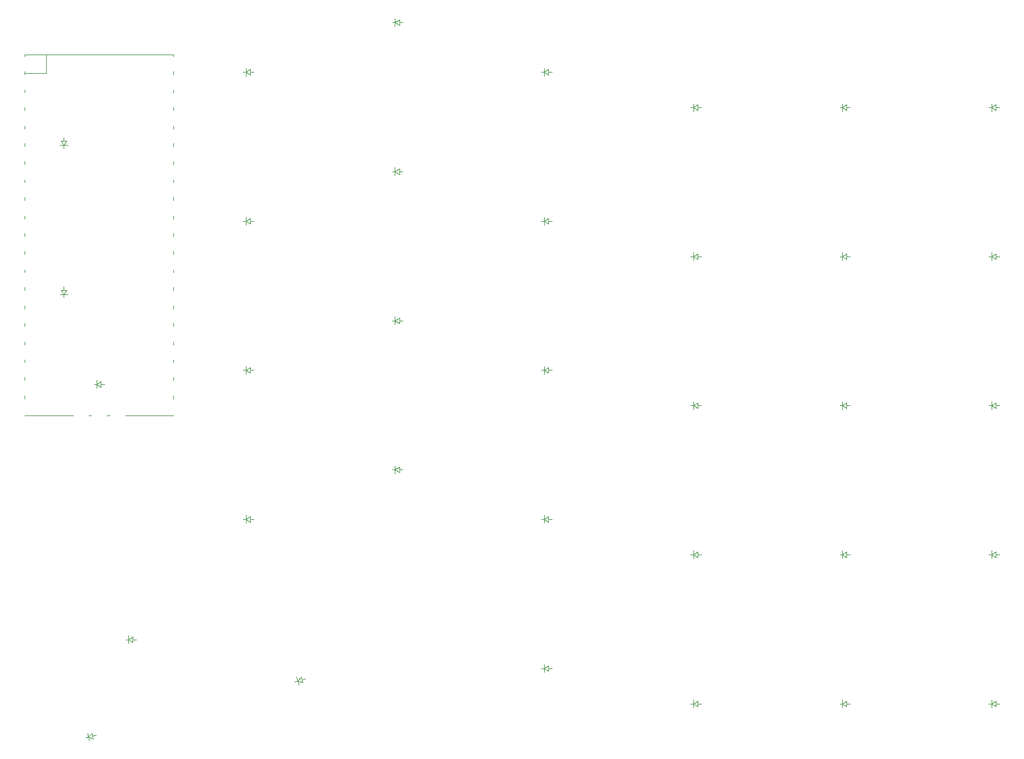
<source format=gbr>
%TF.GenerationSoftware,KiCad,Pcbnew,9.0.3-1.fc42*%
%TF.CreationDate,2025-08-09T15:11:44+02:00*%
%TF.ProjectId,right_traced,72696768-745f-4747-9261-6365642e6b69,v1.0.0*%
%TF.SameCoordinates,Original*%
%TF.FileFunction,Legend,Bot*%
%TF.FilePolarity,Positive*%
%FSLAX46Y46*%
G04 Gerber Fmt 4.6, Leading zero omitted, Abs format (unit mm)*
G04 Created by KiCad (PCBNEW 9.0.3-1.fc42) date 2025-08-09 15:11:44*
%MOMM*%
%LPD*%
G01*
G04 APERTURE LIST*
%ADD10C,0.100000*%
%ADD11C,0.120000*%
G04 APERTURE END LIST*
D10*
%TO.C,D26*%
X375550000Y-152900000D02*
X375950000Y-152900000D01*
X375950000Y-152900000D02*
X375950000Y-152350000D01*
X375950000Y-152900000D02*
X375950000Y-153450000D01*
X375950000Y-152900000D02*
X376550000Y-152500000D01*
X376550000Y-152500000D02*
X376550000Y-153300000D01*
X376550000Y-152900000D02*
X377050000Y-152900000D01*
X376550000Y-153300000D02*
X375950000Y-152900000D01*
%TO.C,D27*%
X375550000Y-131850000D02*
X375950000Y-131850000D01*
X375950000Y-131850000D02*
X375950000Y-131300000D01*
X375950000Y-131850000D02*
X375950000Y-132400000D01*
X375950000Y-131850000D02*
X376550000Y-131450000D01*
X376550000Y-131450000D02*
X376550000Y-132250000D01*
X376550000Y-131850000D02*
X377050000Y-131850000D01*
X376550000Y-132250000D02*
X375950000Y-131850000D01*
%TO.C,D29*%
X248076461Y-199794485D02*
X248462831Y-199690958D01*
X248462831Y-199690958D02*
X248320480Y-199159697D01*
X248462831Y-199690958D02*
X248605181Y-200222217D01*
X248462831Y-199690958D02*
X248938859Y-199149296D01*
X248938859Y-199149296D02*
X249145914Y-199922037D01*
X249042386Y-199535666D02*
X249525349Y-199406257D01*
X249145914Y-199922037D02*
X248462831Y-199690958D01*
%TO.C,D23*%
X354500000Y-110800000D02*
X354900000Y-110800000D01*
X354900000Y-110800000D02*
X354900000Y-110250000D01*
X354900000Y-110800000D02*
X354900000Y-111350000D01*
X354900000Y-110800000D02*
X355500000Y-110400000D01*
X355500000Y-110400000D02*
X355500000Y-111200000D01*
X355500000Y-110800000D02*
X356000000Y-110800000D01*
X355500000Y-111200000D02*
X354900000Y-110800000D01*
%TO.C,D4*%
X270300000Y-105800000D02*
X270700000Y-105800000D01*
X270700000Y-105800000D02*
X270700000Y-105250000D01*
X270700000Y-105800000D02*
X270700000Y-106350000D01*
X270700000Y-105800000D02*
X271300000Y-105400000D01*
X271300000Y-105400000D02*
X271300000Y-106200000D01*
X271300000Y-105800000D02*
X271800000Y-105800000D01*
X271300000Y-106200000D02*
X270700000Y-105800000D01*
%TO.C,D1*%
X270300000Y-168950000D02*
X270700000Y-168950000D01*
X270700000Y-168950000D02*
X270700000Y-168400000D01*
X270700000Y-168950000D02*
X270700000Y-169500000D01*
X270700000Y-168950000D02*
X271300000Y-168550000D01*
X271300000Y-168550000D02*
X271300000Y-169350000D01*
X271300000Y-168950000D02*
X271800000Y-168950000D01*
X271300000Y-169350000D02*
X270700000Y-168950000D01*
%TO.C,D19*%
X354500000Y-195000000D02*
X354900000Y-195000000D01*
X354900000Y-195000000D02*
X354900000Y-194450000D01*
X354900000Y-195000000D02*
X354900000Y-195550000D01*
X354900000Y-195000000D02*
X355500000Y-194600000D01*
X355500000Y-194600000D02*
X355500000Y-195400000D01*
X355500000Y-195000000D02*
X356000000Y-195000000D01*
X355500000Y-195400000D02*
X354900000Y-195000000D01*
%TO.C,D11*%
X312400000Y-147900000D02*
X312800000Y-147900000D01*
X312800000Y-147900000D02*
X312800000Y-147350000D01*
X312800000Y-147900000D02*
X312800000Y-148450000D01*
X312800000Y-147900000D02*
X313400000Y-147500000D01*
X313400000Y-147500000D02*
X313400000Y-148300000D01*
X313400000Y-147900000D02*
X313900000Y-147900000D01*
X313400000Y-148300000D02*
X312800000Y-147900000D01*
%TO.C,D32*%
X244600000Y-115550000D02*
X245400000Y-115550000D01*
X245000000Y-115550000D02*
X245000000Y-115050000D01*
X245000000Y-116150000D02*
X244450000Y-116150000D01*
X245000000Y-116150000D02*
X244600000Y-115550000D01*
X245000000Y-116150000D02*
X245550000Y-116150000D01*
X245000000Y-116550000D02*
X245000000Y-116150000D01*
X245400000Y-115550000D02*
X245000000Y-116150000D01*
%TO.C,D5*%
X291350000Y-161950000D02*
X291750000Y-161950000D01*
X291750000Y-161950000D02*
X291750000Y-161400000D01*
X291750000Y-161950000D02*
X291750000Y-162500000D01*
X291750000Y-161950000D02*
X292350000Y-161550000D01*
X292350000Y-161550000D02*
X292350000Y-162350000D01*
X292350000Y-161950000D02*
X292850000Y-161950000D01*
X292350000Y-162350000D02*
X291750000Y-161950000D01*
%TO.C,D8*%
X291350000Y-98800000D02*
X291750000Y-98800000D01*
X291750000Y-98800000D02*
X291750000Y-98250000D01*
X291750000Y-98800000D02*
X291750000Y-99350000D01*
X291750000Y-98800000D02*
X292350000Y-98400000D01*
X292350000Y-98400000D02*
X292350000Y-99200000D01*
X292350000Y-98800000D02*
X292850000Y-98800000D01*
X292350000Y-99200000D02*
X291750000Y-98800000D01*
%TO.C,D28*%
X375550000Y-110800000D02*
X375950000Y-110800000D01*
X375950000Y-110800000D02*
X375950000Y-110250000D01*
X375950000Y-110800000D02*
X375950000Y-111350000D01*
X375950000Y-110800000D02*
X376550000Y-110400000D01*
X376550000Y-110400000D02*
X376550000Y-111200000D01*
X376550000Y-110800000D02*
X377050000Y-110800000D01*
X376550000Y-111200000D02*
X375950000Y-110800000D01*
%TO.C,D13*%
X312400000Y-105800000D02*
X312800000Y-105800000D01*
X312800000Y-105800000D02*
X312800000Y-105250000D01*
X312800000Y-105800000D02*
X312800000Y-106350000D01*
X312800000Y-105800000D02*
X313400000Y-105400000D01*
X313400000Y-105400000D02*
X313400000Y-106200000D01*
X313400000Y-105800000D02*
X313900000Y-105800000D01*
X313400000Y-106200000D02*
X312800000Y-105800000D01*
%TO.C,D3*%
X270300000Y-126850000D02*
X270700000Y-126850000D01*
X270700000Y-126850000D02*
X270700000Y-126300000D01*
X270700000Y-126850000D02*
X270700000Y-127400000D01*
X270700000Y-126850000D02*
X271300000Y-126450000D01*
X271300000Y-126450000D02*
X271300000Y-127250000D01*
X271300000Y-126850000D02*
X271800000Y-126850000D01*
X271300000Y-127250000D02*
X270700000Y-126850000D01*
%TO.C,D18*%
X333450000Y-110800000D02*
X333850000Y-110800000D01*
X333850000Y-110800000D02*
X333850000Y-110250000D01*
X333850000Y-110800000D02*
X333850000Y-111350000D01*
X333850000Y-110800000D02*
X334450000Y-110400000D01*
X334450000Y-110400000D02*
X334450000Y-111200000D01*
X334450000Y-110800000D02*
X334950000Y-110800000D01*
X334450000Y-111200000D02*
X333850000Y-110800000D01*
%TO.C,D7*%
X291350000Y-119850000D02*
X291750000Y-119850000D01*
X291750000Y-119850000D02*
X291750000Y-119300000D01*
X291750000Y-119850000D02*
X291750000Y-120400000D01*
X291750000Y-119850000D02*
X292350000Y-119450000D01*
X292350000Y-119450000D02*
X292350000Y-120250000D01*
X292350000Y-119850000D02*
X292850000Y-119850000D01*
X292350000Y-120250000D02*
X291750000Y-119850000D01*
%TO.C,D21*%
X354500000Y-152900000D02*
X354900000Y-152900000D01*
X354900000Y-152900000D02*
X354900000Y-152350000D01*
X354900000Y-152900000D02*
X354900000Y-153450000D01*
X354900000Y-152900000D02*
X355500000Y-152500000D01*
X355500000Y-152500000D02*
X355500000Y-153300000D01*
X355500000Y-152900000D02*
X356000000Y-152900000D01*
X355500000Y-153300000D02*
X354900000Y-152900000D01*
%TO.C,D9*%
X312400000Y-190000000D02*
X312800000Y-190000000D01*
X312800000Y-190000000D02*
X312800000Y-189450000D01*
X312800000Y-190000000D02*
X312800000Y-190550000D01*
X312800000Y-190000000D02*
X313400000Y-189600000D01*
X313400000Y-189600000D02*
X313400000Y-190400000D01*
X313400000Y-190000000D02*
X313900000Y-190000000D01*
X313400000Y-190400000D02*
X312800000Y-190000000D01*
%TO.C,D16*%
X333450000Y-152900000D02*
X333850000Y-152900000D01*
X333850000Y-152900000D02*
X333850000Y-152350000D01*
X333850000Y-152900000D02*
X333850000Y-153450000D01*
X333850000Y-152900000D02*
X334450000Y-152500000D01*
X334450000Y-152500000D02*
X334450000Y-153300000D01*
X334450000Y-152900000D02*
X334950000Y-152900000D01*
X334450000Y-153300000D02*
X333850000Y-152900000D01*
D11*
%TO.C,_1*%
X239500000Y-103300000D02*
X239500000Y-103600000D01*
X239500000Y-103300000D02*
X260500000Y-103300000D01*
X239500000Y-105700000D02*
X239500000Y-106100000D01*
X239500000Y-105967000D02*
X242507000Y-105967000D01*
X239500000Y-108300000D02*
X239500000Y-108700000D01*
X239500000Y-110800000D02*
X239500000Y-111200000D01*
X239500000Y-113400000D02*
X239500000Y-113800000D01*
X239500000Y-115900000D02*
X239500000Y-116300000D01*
X239500000Y-118400000D02*
X239500000Y-118800000D01*
X239500000Y-121000000D02*
X239500000Y-121400000D01*
X239500000Y-123500000D02*
X239500000Y-123900000D01*
X239500000Y-126100000D02*
X239500000Y-126500000D01*
X239500000Y-128600000D02*
X239500000Y-129000000D01*
X239500000Y-131100000D02*
X239500000Y-131500000D01*
X239500000Y-133700000D02*
X239500000Y-134100000D01*
X239500000Y-136200000D02*
X239500000Y-136600000D01*
X239500000Y-138800000D02*
X239500000Y-139200000D01*
X239500000Y-141300000D02*
X239500000Y-141700000D01*
X239500000Y-143900000D02*
X239500000Y-144300000D01*
X239500000Y-146400000D02*
X239500000Y-146800000D01*
X239500000Y-148900000D02*
X239500000Y-149300000D01*
X239500000Y-151500000D02*
X239500000Y-151900000D01*
X242507000Y-105967000D02*
X242507000Y-103300000D01*
X246300000Y-154300000D02*
X239500000Y-154300000D01*
X248500000Y-154300000D02*
X248900000Y-154300000D01*
X251100000Y-154300000D02*
X251500000Y-154300000D01*
X260500000Y-103300000D02*
X260500000Y-103600000D01*
X260500000Y-105700000D02*
X260500000Y-106100000D01*
X260500000Y-108300000D02*
X260500000Y-108700000D01*
X260500000Y-110800000D02*
X260500000Y-111200000D01*
X260500000Y-113400000D02*
X260500000Y-113800000D01*
X260500000Y-115900000D02*
X260500000Y-116300000D01*
X260500000Y-118400000D02*
X260500000Y-118800000D01*
X260500000Y-121000000D02*
X260500000Y-121400000D01*
X260500000Y-123500000D02*
X260500000Y-123900000D01*
X260500000Y-126100000D02*
X260500000Y-126500000D01*
X260500000Y-128600000D02*
X260500000Y-129000000D01*
X260500000Y-131100000D02*
X260500000Y-131500000D01*
X260500000Y-133700000D02*
X260500000Y-134100000D01*
X260500000Y-136200000D02*
X260500000Y-136600000D01*
X260500000Y-138800000D02*
X260500000Y-139200000D01*
X260500000Y-141300000D02*
X260500000Y-141700000D01*
X260500000Y-143900000D02*
X260500000Y-144300000D01*
X260500000Y-146400000D02*
X260500000Y-146800000D01*
X260500000Y-148900000D02*
X260500000Y-149300000D01*
X260500000Y-151500000D02*
X260500000Y-151900000D01*
X260500000Y-154300000D02*
X253700000Y-154300000D01*
D10*
%TO.C,D25*%
X375550000Y-173950000D02*
X375950000Y-173950000D01*
X375950000Y-173950000D02*
X375950000Y-173400000D01*
X375950000Y-173950000D02*
X375950000Y-174500000D01*
X375950000Y-173950000D02*
X376550000Y-173550000D01*
X376550000Y-173550000D02*
X376550000Y-174350000D01*
X376550000Y-173950000D02*
X377050000Y-173950000D01*
X376550000Y-174350000D02*
X375950000Y-173950000D01*
%TO.C,D31*%
X244600000Y-136600000D02*
X245400000Y-136600000D01*
X245000000Y-136600000D02*
X245000000Y-136100000D01*
X245000000Y-137200000D02*
X244450000Y-137200000D01*
X245000000Y-137200000D02*
X244600000Y-136600000D01*
X245000000Y-137200000D02*
X245550000Y-137200000D01*
X245000000Y-137600000D02*
X245000000Y-137200000D01*
X245400000Y-136600000D02*
X245000000Y-137200000D01*
%TO.C,D15*%
X333450000Y-173950000D02*
X333850000Y-173950000D01*
X333850000Y-173950000D02*
X333850000Y-173400000D01*
X333850000Y-173950000D02*
X333850000Y-174500000D01*
X333850000Y-173950000D02*
X334450000Y-173550000D01*
X334450000Y-173550000D02*
X334450000Y-174350000D01*
X334450000Y-173950000D02*
X334950000Y-173950000D01*
X334450000Y-174350000D02*
X333850000Y-173950000D01*
%TO.C,D10*%
X312400000Y-168950000D02*
X312800000Y-168950000D01*
X312800000Y-168950000D02*
X312800000Y-168400000D01*
X312800000Y-168950000D02*
X312800000Y-169500000D01*
X312800000Y-168950000D02*
X313400000Y-168550000D01*
X313400000Y-168550000D02*
X313400000Y-169350000D01*
X313400000Y-168950000D02*
X313900000Y-168950000D01*
X313400000Y-169350000D02*
X312800000Y-168950000D01*
%TO.C,D12*%
X312400000Y-126850000D02*
X312800000Y-126850000D01*
X312800000Y-126850000D02*
X312800000Y-126300000D01*
X312800000Y-126850000D02*
X312800000Y-127400000D01*
X312800000Y-126850000D02*
X313400000Y-126450000D01*
X313400000Y-126450000D02*
X313400000Y-127250000D01*
X313400000Y-126850000D02*
X313900000Y-126850000D01*
X313400000Y-127250000D02*
X312800000Y-126850000D01*
%TO.C,D33*%
X249250000Y-149900000D02*
X249650000Y-149900000D01*
X249650000Y-149900000D02*
X249650000Y-149350000D01*
X249650000Y-149900000D02*
X249650000Y-150450000D01*
X249650000Y-149900000D02*
X250250000Y-149500000D01*
X250250000Y-149500000D02*
X250250000Y-150300000D01*
X250250000Y-149900000D02*
X250750000Y-149900000D01*
X250250000Y-150300000D02*
X249650000Y-149900000D01*
%TO.C,D34*%
X253750000Y-185950000D02*
X254150000Y-185950000D01*
X254150000Y-185950000D02*
X254150000Y-185400000D01*
X254150000Y-185950000D02*
X254150000Y-186500000D01*
X254150000Y-185950000D02*
X254750000Y-185550000D01*
X254750000Y-185550000D02*
X254750000Y-186350000D01*
X254750000Y-185950000D02*
X255250000Y-185950000D01*
X254750000Y-186350000D02*
X254150000Y-185950000D01*
%TO.C,D6*%
X291350000Y-140900000D02*
X291750000Y-140900000D01*
X291750000Y-140900000D02*
X291750000Y-140350000D01*
X291750000Y-140900000D02*
X291750000Y-141450000D01*
X291750000Y-140900000D02*
X292350000Y-140500000D01*
X292350000Y-140500000D02*
X292350000Y-141300000D01*
X292350000Y-140900000D02*
X292850000Y-140900000D01*
X292350000Y-141300000D02*
X291750000Y-140900000D01*
%TO.C,D30*%
X277609643Y-191881093D02*
X277996013Y-191777566D01*
X277996013Y-191777566D02*
X277853662Y-191246305D01*
X277996013Y-191777566D02*
X278138363Y-192308825D01*
X277996013Y-191777566D02*
X278472041Y-191235904D01*
X278472041Y-191235904D02*
X278679096Y-192008645D01*
X278575568Y-191622274D02*
X279058531Y-191492865D01*
X278679096Y-192008645D02*
X277996013Y-191777566D01*
%TO.C,D14*%
X333450000Y-195000000D02*
X333850000Y-195000000D01*
X333850000Y-195000000D02*
X333850000Y-194450000D01*
X333850000Y-195000000D02*
X333850000Y-195550000D01*
X333850000Y-195000000D02*
X334450000Y-194600000D01*
X334450000Y-194600000D02*
X334450000Y-195400000D01*
X334450000Y-195000000D02*
X334950000Y-195000000D01*
X334450000Y-195400000D02*
X333850000Y-195000000D01*
%TO.C,D2*%
X270300000Y-147900000D02*
X270700000Y-147900000D01*
X270700000Y-147900000D02*
X270700000Y-147350000D01*
X270700000Y-147900000D02*
X270700000Y-148450000D01*
X270700000Y-147900000D02*
X271300000Y-147500000D01*
X271300000Y-147500000D02*
X271300000Y-148300000D01*
X271300000Y-147900000D02*
X271800000Y-147900000D01*
X271300000Y-148300000D02*
X270700000Y-147900000D01*
%TO.C,D22*%
X354500000Y-131850000D02*
X354900000Y-131850000D01*
X354900000Y-131850000D02*
X354900000Y-131300000D01*
X354900000Y-131850000D02*
X354900000Y-132400000D01*
X354900000Y-131850000D02*
X355500000Y-131450000D01*
X355500000Y-131450000D02*
X355500000Y-132250000D01*
X355500000Y-131850000D02*
X356000000Y-131850000D01*
X355500000Y-132250000D02*
X354900000Y-131850000D01*
%TO.C,D20*%
X354500000Y-173950000D02*
X354900000Y-173950000D01*
X354900000Y-173950000D02*
X354900000Y-173400000D01*
X354900000Y-173950000D02*
X354900000Y-174500000D01*
X354900000Y-173950000D02*
X355500000Y-173550000D01*
X355500000Y-173550000D02*
X355500000Y-174350000D01*
X355500000Y-173950000D02*
X356000000Y-173950000D01*
X355500000Y-174350000D02*
X354900000Y-173950000D01*
%TO.C,D24*%
X375550000Y-195000000D02*
X375950000Y-195000000D01*
X375950000Y-195000000D02*
X375950000Y-194450000D01*
X375950000Y-195000000D02*
X375950000Y-195550000D01*
X375950000Y-195000000D02*
X376550000Y-194600000D01*
X376550000Y-194600000D02*
X376550000Y-195400000D01*
X376550000Y-195000000D02*
X377050000Y-195000000D01*
X376550000Y-195400000D02*
X375950000Y-195000000D01*
%TO.C,D17*%
X333450000Y-131850000D02*
X333850000Y-131850000D01*
X333850000Y-131850000D02*
X333850000Y-131300000D01*
X333850000Y-131850000D02*
X333850000Y-132400000D01*
X333850000Y-131850000D02*
X334450000Y-131450000D01*
X334450000Y-131450000D02*
X334450000Y-132250000D01*
X334450000Y-131850000D02*
X334950000Y-131850000D01*
X334450000Y-132250000D02*
X333850000Y-131850000D01*
%TD*%
M02*

</source>
